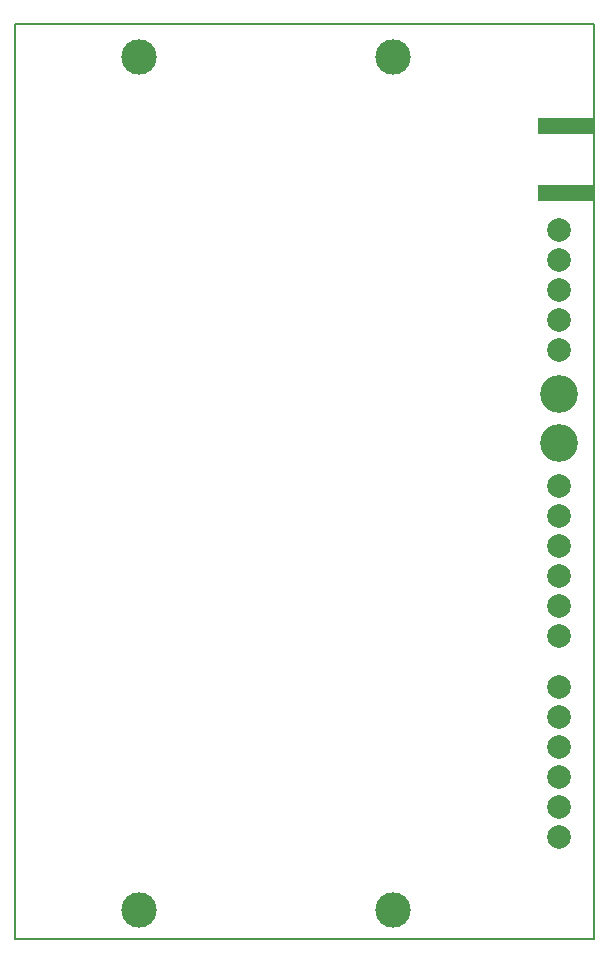
<source format=gts>
G04*
G04 #@! TF.GenerationSoftware,Altium Limited,Altium Designer,22.0.2 (36)*
G04*
G04 Layer_Color=8388736*
%FSLAX44Y44*%
%MOMM*%
G71*
G04*
G04 #@! TF.SameCoordinates,30EAB5E2-3245-48BA-9E60-DBBC371523A7*
G04*
G04*
G04 #@! TF.FilePolarity,Negative*
G04*
G01*
G75*
%ADD11C,0.1500*%
%ADD12R,4.8000X1.3500*%
%ADD13C,2.0000*%
%ADD14C,3.2000*%
%ADD15C,3.0000*%
D11*
X490000Y625000D02*
Y694000D01*
X-0Y775000D02*
X0Y0D01*
X-0Y775000D02*
X490000D01*
X490000Y0D01*
X0D02*
X490000D01*
D12*
X466000Y688250D02*
D03*
Y631750D02*
D03*
D13*
X460000Y550000D02*
D03*
X460000Y575400D02*
D03*
X460000Y600800D02*
D03*
Y499200D02*
D03*
Y524600D02*
D03*
Y256500D02*
D03*
Y332700D02*
D03*
X460000Y358100D02*
D03*
X460000Y383500D02*
D03*
Y281900D02*
D03*
Y307300D02*
D03*
Y86500D02*
D03*
Y162700D02*
D03*
X460000Y188100D02*
D03*
X460000Y213500D02*
D03*
Y111900D02*
D03*
Y137300D02*
D03*
D14*
Y462000D02*
D03*
Y420000D02*
D03*
D15*
X105000Y25000D02*
D03*
Y747000D02*
D03*
X320000Y25000D02*
D03*
Y747000D02*
D03*
M02*

</source>
